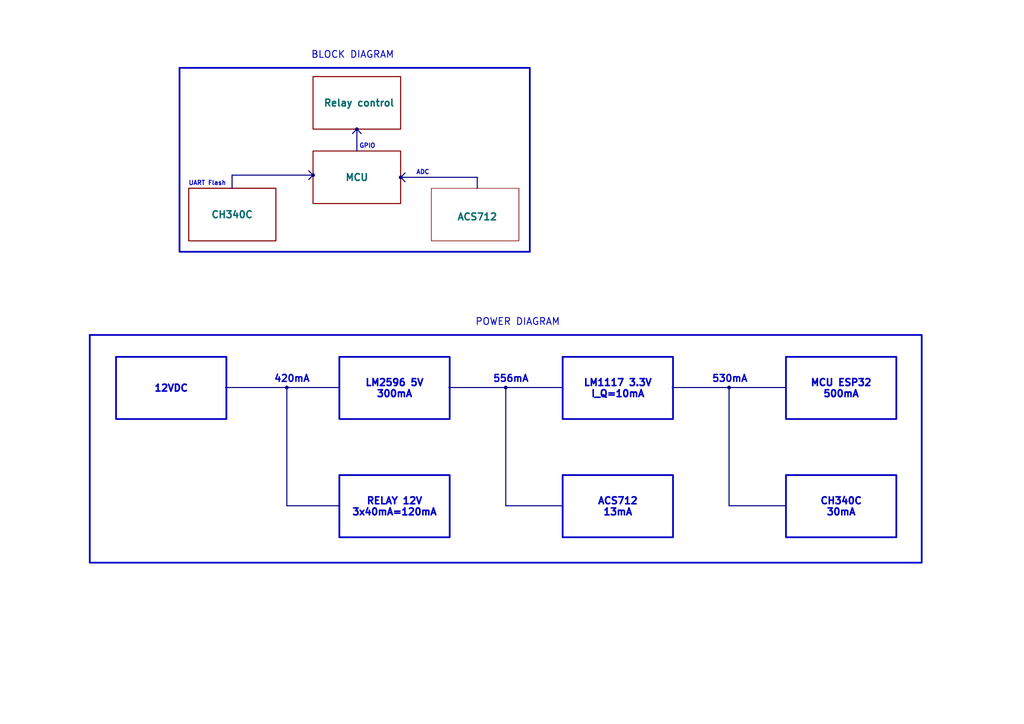
<source format=kicad_sch>
(kicad_sch (version 20230121) (generator eeschema)
  (paper "A4")
  (lib_symbols
    (symbol "Device:LED" (pin_numbers hide) (pin_names (offset 1.016) hide)
      (property "Reference" "D" (at 0 2.54 0))
      (property "Value" "LED" (at 0 -2.54 0))
      (symbol "LED_0_1"
        (polyline (pts (xy -1.27 -1.27) (xy -1.27 1.27)) (stroke (width 0.254)))
        (polyline (pts (xy -1.27 0) (xy 1.27 0)))
        (polyline (pts (xy 1.27 -1.27) (xy 1.27 1.27) (xy -1.27 0) (xy 1.27 -1.27)) (stroke (width 0.254)))
        (polyline (pts (xy -3.048 -0.762) (xy -4.572 -2.286) (xy -3.81 -2.286) (xy -4.572 -2.286) (xy -4.572 -1.524)))
        (polyline (pts (xy -1.778 -0.762) (xy -3.302 -2.286) (xy -2.54 -2.286) (xy -3.302 -2.286) (xy -3.302 -1.524)))
      )
      (symbol "LED_1_1"
        (pin passive line (at -3.81 0 0) (length 2.54) (name "K") (number "1"))
        (pin passive line (at 3.81 0 180) (length 2.54) (name "A") (number "2"))
      )
    )
    (symbol "Device:R_US" (pin_numbers hide) (pin_names (offset 0))
      (property "Reference" "R" (at 2.54 0 90))
      (property "Value" "R_US" (at -2.54 0 90))
      (symbol "R_US_0_1"
        (polyline (pts (xy 0 -2.286) (xy 0 -2.54)))
        (polyline (pts (xy 0 2.286) (xy 0 2.54)))
        (polyline (pts (xy 0 -0.762) (xy 1.016 -1.143) (xy 0 -1.524) (xy -1.016 -1.905) (xy 0 -2.286)))
        (polyline (pts (xy 0 0.762) (xy 1.016 0.381) (xy 0 0) (xy -1.016 -0.381) (xy 0 -0.762)))
        (polyline (pts (xy 0 2.286) (xy 1.016 1.905) (xy 0 1.524) (xy -1.016 1.143) (xy 0 0.762)))
      )
      (symbol "R_US_1_1"
        (pin passive line (at 0 3.81 270) (length 1.27) (name "~") (number "1"))
        (pin passive line (at 0 -3.81 90) (length 1.27) (name "~") (number "2"))
      )
    )
    (symbol "power:Earth" (power) (pin_names (offset 0))
      (symbol "Earth_0_1"
        (polyline (pts (xy -0.635 -1.905) (xy 0.635 -1.905)))
        (polyline (pts (xy -0.127 -2.54) (xy 0.127 -2.54)))
        (polyline (pts (xy 0 -1.27) (xy 0 0)))
        (polyline (pts (xy 1.27 -1.27) (xy -1.27 -1.27)))
      )
      (symbol "Earth_1_1"
        (pin power_in line (at 0 0 270) (length 0) hide (name "Earth") (number "1"))
      )
    )
  )
  (junction (at 300.355 -10.795))
  (junction (at 314.96 -10.795))
  (junction (at 292.735 -10.795))
  (junction (at 90.805 50.8))
  (junction (at 285.115 -10.795))
  (junction (at 211.455 112.395))
  (junction (at 103.505 37.465))
  (junction (at 307.975 -10.795))
  (junction (at 116.205 51.435))
  (junction (at 146.685 112.395))
  (junction (at 83.185 112.395))
  (bus (pts (xy 116.205 51.435) (xy 138.43 51.435)))
  (wire (pts (xy 285.115 -10.795) (xy 292.735 -10.795)))
  (wire (pts (xy 307.975 -47.625) (xy 307.975 -23.495)))
  (wire (pts (xy 314.96 -23.495) (xy 314.96 -52.705)))
  (wire (pts (xy 314.96 -10.795) (xy 321.945 -10.795)))
  (wire (pts (xy 278.13 -27.305) (xy 278.13 -23.495)))
  (bus (pts (xy 89.535 52.07) (xy 90.805 50.8)))
  (bus (pts (xy 67.31 50.8) (xy 90.805 50.8)))
  (wire (pts (xy 260.985 -47.625) (xy 266.065 -47.625)))
  (wire (pts (xy 300.355 -15.875) (xy 300.355 -10.795)))
  (wire (pts (xy 300.355 -10.795) (xy 307.975 -10.795)))
  (wire (pts (xy 285.115 -15.875) (xy 285.115 -10.795)))
  (bus (pts (xy 117.475 50.165) (xy 116.205 51.435)))
  (bus (pts (xy 83.185 112.395) (xy 83.185 146.685)))
  (wire (pts (xy 278.13 -15.875) (xy 278.13 -10.795)))
  (bus (pts (xy 65.405 112.395) (xy 83.185 112.395)))
  (bus (pts (xy 146.685 112.395) (xy 163.195 112.395)))
  (bus (pts (xy 83.185 146.685) (xy 98.425 146.685)))
  (wire (pts (xy 273.685 -27.305) (xy 278.13 -27.305)))
  (wire (pts (xy 260.985 -27.305) (xy 266.065 -27.305)))
  (bus (pts (xy 146.685 146.685) (xy 163.195 146.685)))
  (wire (pts (xy 314.96 -15.875) (xy 314.96 -10.795)))
  (wire (pts (xy 321.945 -10.795) (xy 321.945 -15.875)))
  (wire (pts (xy 314.96 -52.705) (xy 273.685 -52.705)))
  (bus (pts (xy 211.455 112.395) (xy 227.965 112.395)))
  (wire (pts (xy 260.985 -37.465) (xy 266.065 -37.465)))
  (wire (pts (xy 285.115 -23.495) (xy 285.115 -32.385)))
  (wire (pts (xy 273.685 -37.465) (xy 292.735 -37.465)))
  (wire (pts (xy 321.945 -57.785) (xy 321.945 -23.495)))
  (bus (pts (xy -1.905 -3.175) (xy 52.07 -3.175)))
  (bus (pts (xy 194.945 112.395) (xy 211.455 112.395)))
  (wire (pts (xy 292.735 -37.465) (xy 292.735 -23.495)))
  (bus (pts (xy 146.685 112.395) (xy 146.685 146.685)))
  (wire (pts (xy 273.685 -42.545) (xy 300.355 -42.545)))
  (wire (pts (xy 292.735 -15.875) (xy 292.735 -10.795)))
  (bus (pts (xy 83.185 112.395) (xy 98.425 112.395)))
  (wire (pts (xy 260.985 -42.545) (xy 266.065 -42.545)))
  (bus (pts (xy 104.775 38.735) (xy 103.505 37.465)))
  (bus (pts (xy 89.535 49.53) (xy 90.805 50.8)))
  (bus (pts (xy -1.905 -14.605) (xy 52.07 -14.605)))
  (bus (pts (xy 67.31 50.8) (xy 67.31 54.61)))
  (bus (pts (xy 211.455 146.685) (xy 227.965 146.685)))
  (bus (pts (xy 117.475 52.705) (xy 116.205 51.435)))
  (bus (pts (xy 138.43 51.435) (xy 138.43 54.61)))
  (wire (pts (xy 285.115 -32.385) (xy 273.685 -32.385)))
  (bus (pts (xy 130.175 112.395) (xy 146.685 112.395)))
  (wire (pts (xy 307.975 -10.795) (xy 314.96 -10.795)))
  (bus (pts (xy 102.235 38.735) (xy 103.505 37.465)))
  (wire (pts (xy 300.355 -42.545) (xy 300.355 -23.495)))
  (wire (pts (xy 273.685 -57.785) (xy 321.945 -57.785)))
  (wire (pts (xy 260.985 -52.705) (xy 266.065 -52.705)))
  (wire (pts (xy 300.355 -10.795) (xy 300.355 -7.62)))
  (bus (pts (xy -1.905 -8.89) (xy 52.07 -8.89)))
  (wire (pts (xy 292.735 -10.795) (xy 300.355 -10.795)))
  (wire (pts (xy 278.13 -10.795) (xy 285.115 -10.795)))
  (wire (pts (xy 260.985 -57.785) (xy 266.065 -57.785)))
  (wire (pts (xy 273.685 -47.625) (xy 307.975 -47.625)))
  (bus (pts (xy 103.505 37.465) (xy 103.505 43.815)))
  (wire (pts (xy 307.975 -15.875) (xy 307.975 -10.795)))
  (wire (pts (xy 260.985 -32.385) (xy 266.065 -32.385)))
  (bus (pts (xy 211.455 112.395) (xy 211.455 146.685)))
  (rectangle (start 52.07 19.685) (end 153.67 73.025) (stroke (width 0.508)))
  (rectangle (start 26.035 97.155) (end 267.335 163.195) (stroke (width 0.508)))
  (text_box "LM1117 3.3V\nI_Q=10mA" (at 163.195 103.505 0) (size 32.004 18.034) (stroke (width 0.508)) (effects (font (size 2 2) (thickness 0.454) bold)))
  (text_box "ACS712\n13mA" (at 163.195 137.795 0) (size 32.004 18.034) (stroke (width 0.508)) (effects (font (size 2 2) (thickness 0.454) bold)))
  (text_box "CH340C\n30mA" (at 227.965 137.795 0) (size 32.004 18.034) (stroke (width 0.508)) (effects (font (size 2 2) (thickness 0.454) bold)))
  (text_box "MCU ESP32\n500mA" (at 227.965 103.505 0) (size 32.004 18.034) (stroke (width 0.508)) (effects (font (size 2 2) (thickness 0.454) bold)))
  (text_box "12VDC" (at 33.655 103.505 0) (size 32.004 18.034) (stroke (width 0.508)) (effects (font (size 2 2) (thickness 0.454) bold)))
  (text_box "LM2596 5V\n300mA" (at 98.425 103.505 0) (size 32.004 18.034) (stroke (width 0.508)) (effects (font (size 2 2) (thickness 0.454) bold)))
  (text_box "RELAY 12V\n3x40mA=120mA" (at 98.425 137.795 0) (size 32.004 18.034) (stroke (width 0.508)) (effects (font (size 2 2) (thickness 0.454) bold)))
  (text "GPIO" (at 104.14 43.18 0) (effects (font (size 1.27 1.27) (thickness 0.254) bold) (justify left bottom)))
  (text "3.3VDC" (at 0 -3.81 0) (effects (font (size 1.27 1.27)) (justify left bottom)))
  (text "BLOCK DIAGRAM" (at 90.17 17.145 0) (effects (font (size 2 2) (thickness 0.254) bold) (justify left bottom)))
  (text "UART Flash" (at 54.61 53.975 0) (effects (font (size 1.27 1.27) (thickness 0.254) bold) (justify left bottom)))
  (text "POWER DIAGRAM" (at 137.795 94.615 0) (effects (font (size 2 2) (thickness 0.254) bold) (justify left bottom)))
  (text "556mA" (at 142.875 111.125 0) (effects (font (size 2 2) (thickness 0.4) bold) (justify left bottom)))
  (text "ADC" (at 120.65 50.8 0) (effects (font (size 1.27 1.27) (thickness 0.254) bold) (justify left bottom)))
  (text "12VDC" (at 0 -15.24 0) (effects (font (size 1.27 1.27)) (justify left bottom)))
  (text "5VDC" (at 0.635 -9.525 0) (effects (font (size 1.27 1.27)) (justify left bottom)))
  (text "420mA" (at 79.375 111.125 0) (effects (font (size 2 2) (thickness 0.4) bold) (justify left bottom)))
  (text "530mA" (at 206.375 111.125 0) (effects (font (size 2 2) (thickness 0.4) bold) (justify left bottom)))
  (global_label "GPIOB" (shape input) (at 260.985 -32.385 180) (effects (font (size 2 2) (thickness 0.4) bold)) (property "Intersheetrefs" "${INTERSHEET_REFS}" (effects hide)))
  (global_label "GPIOC" (shape input) (at 260.985 -37.465 180) (effects (font (size 2 2) (thickness 0.4) bold)) (property "Intersheetrefs" "${INTERSHEET_REFS}" (effects hide)))
  (global_label "GPIOD" (shape input) (at 260.985 -42.545 180) (effects (font (size 2 2) (thickness 0.4) bold)) (property "Intersheetrefs" "${INTERSHEET_REFS}" (effects hide)))
  (global_label "GPIOE" (shape input) (at 260.985 -47.625 180) (effects (font (size 2 2) (thickness 0.4) bold)) (property "Intersheetrefs" "${INTERSHEET_REFS}" (effects hide)))
  (global_label "GPIOA" (shape input) (at 260.985 -27.305 180) (effects (font (size 2 2) (thickness 0.4) bold)) (property "Intersheetrefs" "${INTERSHEET_REFS}" (effects hide)))
  (global_label "GPIOG" (shape input) (at 260.985 -57.785 180) (effects (font (size 2 2) (thickness 0.4) bold)) (property "Intersheetrefs" "${INTERSHEET_REFS}" (effects hide)))
  (global_label "GPIOF" (shape input) (at 260.985 -52.705 180) (effects (font (size 2 2) (thickness 0.4) bold)) (property "Intersheetrefs" "${INTERSHEET_REFS}" (effects hide)))
  (symbol (lib_id "Device:LED") (at 278.13 -19.685 90) (unit 1)
    (property "Reference" "A1" (at 278.765 -22.86 90) (effects (font (size 2 2) bold) (justify right)))
    (property "Value" "~" (at 280.67 -17.145 90) (effects (justify right)))
    (property "Footprint" "LED_SMD:LED_0805_2012Metric" (effects hide))
  )
  (symbol (lib_id "Device:LED") (at 321.945 -19.685 90) (unit 1)
    (property "Reference" "G1" (at 322.58 -22.86 90) (effects (font (size 2 2) bold) (justify right)))
    (property "Value" "~" (at 324.485 -17.145 90) (effects (justify right)))
    (property "Footprint" "LED_SMD:LED_0805_2012Metric" (effects hide))
  )
  (symbol (lib_id "Device:R_US") (at 269.875 -42.545 270) (unit 1)
    (property "Reference" "RD1" (at 269.875 -44.45 90))
    (property "Value" "10k" (effects hide))
    (property "Footprint" "Resistor_SMD:R_0603_1608Metric" (effects hide))
  )
  (symbol (lib_id "Device:LED") (at 285.115 -19.685 90) (unit 1)
    (property "Reference" "B1" (at 285.75 -22.86 90) (effects (font (size 2 2) bold) (justify right)))
    (property "Value" "~" (at 287.655 -17.145 90) (effects (justify right)))
    (property "Footprint" "LED_SMD:LED_0805_2012Metric" (effects hide))
  )
  (symbol (lib_id "Device:R_US") (at 269.875 -27.305 270) (unit 1)
    (property "Reference" "RA1" (at 269.875 -29.21 90))
    (property "Value" "10k" (effects hide))
    (property "Footprint" "Resistor_SMD:R_0603_1608Metric" (effects hide))
  )
  (symbol (lib_id "Device:R_US") (at 269.875 -52.705 270) (unit 1)
    (property "Reference" "RF1" (at 269.875 -54.61 90))
    (property "Value" "10k" (effects hide))
    (property "Footprint" "Resistor_SMD:R_0603_1608Metric" (effects hide))
  )
  (symbol (lib_id "power:Earth") (at 300.355 -7.62 0) (unit 1)
    (property "Reference" "#PWR09" (effects hide))
    (property "Value" "Earth" (effects hide))
  )
  (symbol (lib_id "Device:R_US") (at 269.875 -57.785 270) (unit 1)
    (property "Reference" "RG1" (at 269.875 -59.69 90))
    (property "Value" "10k" (effects hide))
    (property "Footprint" "Resistor_SMD:R_0603_1608Metric" (effects hide))
  )
  (symbol (lib_id "Device:R_US") (at 269.875 -37.465 270) (unit 1)
    (property "Reference" "RC1" (at 269.875 -39.37 90))
    (property "Value" "10k" (effects hide))
    (property "Footprint" "Resistor_SMD:R_0603_1608Metric" (effects hide))
  )
  (symbol (lib_id "Device:LED") (at 307.975 -19.685 90) (unit 1)
    (property "Reference" "E1" (at 308.61 -22.86 90) (effects (font (size 2 2) bold) (justify right)))
    (property "Value" "~" (at 310.515 -17.145 90) (effects (justify right)))
    (property "Footprint" "LED_SMD:LED_0805_2012Metric" (effects hide))
  )
  (symbol (lib_id "Device:LED") (at 300.355 -19.685 90) (unit 1)
    (property "Reference" "D8" (at 300.99 -22.86 90) (effects (font (size 2 2) bold) (justify right)))
    (property "Value" "~" (at 302.895 -17.145 90) (effects (justify right)))
    (property "Footprint" "LED_SMD:LED_0805_2012Metric" (effects hide))
  )
  (symbol (lib_id "Device:R_US") (at 269.875 -47.625 270) (unit 1)
    (property "Reference" "RE1" (at 269.875 -49.53 90))
    (property "Value" "10k" (effects hide))
    (property "Footprint" "Resistor_SMD:R_0603_1608Metric" (effects hide))
  )
  (symbol (lib_id "Device:LED") (at 314.96 -19.685 90) (unit 1)
    (property "Reference" "F2" (at 315.595 -22.86 90) (effects (font (size 2 2) bold) (justify right)))
    (property "Value" "~" (at 317.5 -17.145 90) (effects (justify right)))
    (property "Footprint" "LED_SMD:LED_0805_2012Metric" (effects hide))
  )
  (symbol (lib_id "Device:R_US") (at 269.875 -32.385 270) (unit 1)
    (property "Reference" "RB1" (at 269.875 -34.29 90))
    (property "Value" "10k" (effects hide))
    (property "Footprint" "Resistor_SMD:R_0603_1608Metric" (effects hide))
  )
  (symbol (lib_id "Device:LED") (at 292.735 -19.685 90) (unit 1)
    (property "Reference" "C22" (at 293.37 -22.86 90) (effects (font (size 2 2) bold) (justify right)))
    (property "Value" "~" (at 295.275 -17.145 90) (effects (justify right)))
    (property "Footprint" "LED_SMD:LED_0805_2012Metric" (effects hide))
  )
  (sheet (at 125.095 54.61) (size 25.4 15.24) (stroke (width 0.1524))
    (property "Sheetname" "ACS712" (at 138.43 62.865 0) (effects (font (size 2 2) bold)))
    (property "Sheetfile" "ACS712_3V3.kicad_sch" (effects hide))
  )
  (sheet (at 90.805 43.815) (size 25.4 15.24) (stroke (width 0.254))
    (property "Sheetname" "MCU" (at 103.505 51.435 0) (effects (font (size 2 2) bold)))
    (property "Sheetfile" "MCU.kicad_sch" (effects hide))
  )
  (sheet (at -27.178 -17.145) (size 25.273 15.24) (stroke (width 0.254))
    (property "Sheetname" "Power_supply" (at -24.13 -8.255 0) (effects (font (size 2 2) bold) (justify left bottom)))
    (property "Sheetfile" "Power_supply.kicad_sch" (effects hide))
  )
  (sheet (at 54.737 54.61) (size 25.273 15.24) (stroke (width 0.254))
    (property "Sheetname" "CH340C" (at 67.31 62.23 0) (effects (font (size 2 2) bold)))
    (property "Sheetfile" "CH340C.kicad_sch" (effects hide))
  )
  (sheet (at 90.805 22.225) (size 25.4 15.24) (stroke (width 0.254))
    (property "Sheetname" "Relay control" (at 104.14 29.845 0) (effects (font (size 2 2) bold)))
    (property "Sheetfile" "Relay.kicad_sch" (effects hide))
  )
)
</source>
